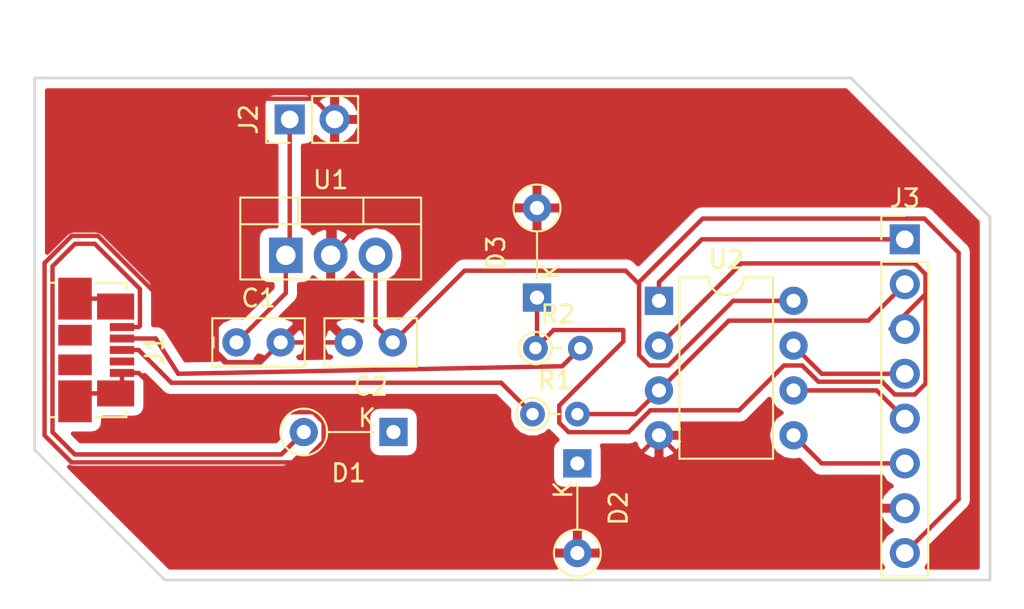
<source format=kicad_pcb>
(kicad_pcb (version 20171130) (host pcbnew "(5.0.2)-1")

  (general
    (thickness 1.6)
    (drawings 7)
    (tracks 121)
    (zones 0)
    (modules 12)
    (nets 14)
  )

  (page A4)
  (layers
    (0 F.Cu signal)
    (31 B.Cu signal hide)
    (32 B.Adhes user)
    (33 F.Adhes user)
    (34 B.Paste user)
    (35 F.Paste user)
    (36 B.SilkS user)
    (37 F.SilkS user)
    (38 B.Mask user)
    (39 F.Mask user)
    (40 Dwgs.User user)
    (41 Cmts.User user)
    (42 Eco1.User user)
    (43 Eco2.User user)
    (44 Edge.Cuts user)
    (45 Margin user)
    (46 B.CrtYd user)
    (47 F.CrtYd user)
    (48 B.Fab user)
    (49 F.Fab user)
  )

  (setup
    (last_trace_width 0.25)
    (trace_clearance 0.2)
    (zone_clearance 0.508)
    (zone_45_only no)
    (trace_min 0.2)
    (segment_width 0.2)
    (edge_width 0.15)
    (via_size 0.8)
    (via_drill 0.4)
    (via_min_size 0.4)
    (via_min_drill 0.3)
    (uvia_size 0.3)
    (uvia_drill 0.1)
    (uvias_allowed no)
    (uvia_min_size 0.2)
    (uvia_min_drill 0.1)
    (pcb_text_width 0.3)
    (pcb_text_size 1.5 1.5)
    (mod_edge_width 0.15)
    (mod_text_size 1 1)
    (mod_text_width 0.15)
    (pad_size 1.524 1.524)
    (pad_drill 0.762)
    (pad_to_mask_clearance 0.051)
    (solder_mask_min_width 0.25)
    (aux_axis_origin 0 0)
    (visible_elements FFFFFF7F)
    (pcbplotparams
      (layerselection 0x010fc_ffffffff)
      (usegerberextensions false)
      (usegerberattributes false)
      (usegerberadvancedattributes false)
      (creategerberjobfile false)
      (excludeedgelayer true)
      (linewidth 0.100000)
      (plotframeref false)
      (viasonmask false)
      (mode 1)
      (useauxorigin false)
      (hpglpennumber 1)
      (hpglpenspeed 20)
      (hpglpendiameter 15.000000)
      (psnegative false)
      (psa4output false)
      (plotreference true)
      (plotvalue true)
      (plotinvisibletext false)
      (padsonsilk false)
      (subtractmaskfromsilk false)
      (outputformat 1)
      (mirror false)
      (drillshape 1)
      (scaleselection 1)
      (outputdirectory ""))
  )

  (net 0 "")
  (net 1 "Net-(C1-Pad1)")
  (net 2 GND)
  (net 3 /5V_Reg)
  (net 4 +5V)
  (net 5 D+)
  (net 6 D-)
  (net 7 "Net-(J1-Pad2)")
  (net 8 "Net-(J1-Pad3)")
  (net 9 "Net-(J3-Pad1)")
  (net 10 "Net-(J3-Pad4)")
  (net 11 "Net-(J3-Pad5)")
  (net 12 "Net-(J3-Pad6)")
  (net 13 "Net-(J1-Pad6)")

  (net_class Default "Esta es la clase de red por defecto."
    (clearance 0.2)
    (trace_width 0.25)
    (via_dia 0.8)
    (via_drill 0.4)
    (uvia_dia 0.3)
    (uvia_drill 0.1)
    (add_net +5V)
    (add_net /5V_Reg)
    (add_net D+)
    (add_net D-)
    (add_net GND)
    (add_net "Net-(C1-Pad1)")
    (add_net "Net-(J1-Pad2)")
    (add_net "Net-(J1-Pad3)")
    (add_net "Net-(J1-Pad6)")
    (add_net "Net-(J3-Pad1)")
    (add_net "Net-(J3-Pad4)")
    (add_net "Net-(J3-Pad5)")
    (add_net "Net-(J3-Pad6)")
  )

  (module Capacitor_THT:C_Disc_D5.0mm_W2.5mm_P2.50mm (layer F.Cu) (tedit 5AE50EF0) (tstamp 5CDDCA59)
    (at 153.416 50.038)
    (descr "C, Disc series, Radial, pin pitch=2.50mm, , diameter*width=5*2.5mm^2, Capacitor, http://cdn-reichelt.de/documents/datenblatt/B300/DS_KERKO_TC.pdf")
    (tags "C Disc series Radial pin pitch 2.50mm  diameter 5mm width 2.5mm Capacitor")
    (path /5CC495A1)
    (fp_text reference C1 (at 1.25 -2.5) (layer F.SilkS)
      (effects (font (size 1 1) (thickness 0.15)))
    )
    (fp_text value 0.33uF (at 1.25 2.5) (layer F.Fab)
      (effects (font (size 1 1) (thickness 0.15)))
    )
    (fp_line (start -1.25 -1.25) (end -1.25 1.25) (layer F.Fab) (width 0.1))
    (fp_line (start -1.25 1.25) (end 3.75 1.25) (layer F.Fab) (width 0.1))
    (fp_line (start 3.75 1.25) (end 3.75 -1.25) (layer F.Fab) (width 0.1))
    (fp_line (start 3.75 -1.25) (end -1.25 -1.25) (layer F.Fab) (width 0.1))
    (fp_line (start -1.37 -1.37) (end 3.87 -1.37) (layer F.SilkS) (width 0.12))
    (fp_line (start -1.37 1.37) (end 3.87 1.37) (layer F.SilkS) (width 0.12))
    (fp_line (start -1.37 -1.37) (end -1.37 1.37) (layer F.SilkS) (width 0.12))
    (fp_line (start 3.87 -1.37) (end 3.87 1.37) (layer F.SilkS) (width 0.12))
    (fp_line (start -1.5 -1.5) (end -1.5 1.5) (layer F.CrtYd) (width 0.05))
    (fp_line (start -1.5 1.5) (end 4 1.5) (layer F.CrtYd) (width 0.05))
    (fp_line (start 4 1.5) (end 4 -1.5) (layer F.CrtYd) (width 0.05))
    (fp_line (start 4 -1.5) (end -1.5 -1.5) (layer F.CrtYd) (width 0.05))
    (fp_text user %R (at 1.25 0) (layer F.Fab)
      (effects (font (size 1 1) (thickness 0.15)))
    )
    (pad 1 thru_hole circle (at 0 0) (size 1.6 1.6) (drill 0.8) (layers *.Cu *.Mask)
      (net 1 "Net-(C1-Pad1)"))
    (pad 2 thru_hole circle (at 2.5 0) (size 1.6 1.6) (drill 0.8) (layers *.Cu *.Mask)
      (net 2 GND))
    (model ${KISYS3DMOD}/Capacitor_THT.3dshapes/C_Disc_D5.0mm_W2.5mm_P2.50mm.wrl
      (at (xyz 0 0 0))
      (scale (xyz 1 1 1))
      (rotate (xyz 0 0 0))
    )
  )

  (module Capacitor_THT:C_Disc_D5.0mm_W2.5mm_P2.50mm (layer F.Cu) (tedit 5AE50EF0) (tstamp 5CDDCA6C)
    (at 162.266 50.038 180)
    (descr "C, Disc series, Radial, pin pitch=2.50mm, , diameter*width=5*2.5mm^2, Capacitor, http://cdn-reichelt.de/documents/datenblatt/B300/DS_KERKO_TC.pdf")
    (tags "C Disc series Radial pin pitch 2.50mm  diameter 5mm width 2.5mm Capacitor")
    (path /5CC495F5)
    (fp_text reference C2 (at 1.25 -2.5 180) (layer F.SilkS)
      (effects (font (size 1 1) (thickness 0.15)))
    )
    (fp_text value 0.1uF (at 1.25 2.5 180) (layer F.Fab)
      (effects (font (size 1 1) (thickness 0.15)))
    )
    (fp_text user %R (at 1.25 0 180) (layer F.Fab)
      (effects (font (size 1 1) (thickness 0.15)))
    )
    (fp_line (start 4 -1.5) (end -1.5 -1.5) (layer F.CrtYd) (width 0.05))
    (fp_line (start 4 1.5) (end 4 -1.5) (layer F.CrtYd) (width 0.05))
    (fp_line (start -1.5 1.5) (end 4 1.5) (layer F.CrtYd) (width 0.05))
    (fp_line (start -1.5 -1.5) (end -1.5 1.5) (layer F.CrtYd) (width 0.05))
    (fp_line (start 3.87 -1.37) (end 3.87 1.37) (layer F.SilkS) (width 0.12))
    (fp_line (start -1.37 -1.37) (end -1.37 1.37) (layer F.SilkS) (width 0.12))
    (fp_line (start -1.37 1.37) (end 3.87 1.37) (layer F.SilkS) (width 0.12))
    (fp_line (start -1.37 -1.37) (end 3.87 -1.37) (layer F.SilkS) (width 0.12))
    (fp_line (start 3.75 -1.25) (end -1.25 -1.25) (layer F.Fab) (width 0.1))
    (fp_line (start 3.75 1.25) (end 3.75 -1.25) (layer F.Fab) (width 0.1))
    (fp_line (start -1.25 1.25) (end 3.75 1.25) (layer F.Fab) (width 0.1))
    (fp_line (start -1.25 -1.25) (end -1.25 1.25) (layer F.Fab) (width 0.1))
    (pad 2 thru_hole circle (at 2.5 0 180) (size 1.6 1.6) (drill 0.8) (layers *.Cu *.Mask)
      (net 2 GND))
    (pad 1 thru_hole circle (at 0 0 180) (size 1.6 1.6) (drill 0.8) (layers *.Cu *.Mask)
      (net 3 /5V_Reg))
    (model ${KISYS3DMOD}/Capacitor_THT.3dshapes/C_Disc_D5.0mm_W2.5mm_P2.50mm.wrl
      (at (xyz 0 0 0))
      (scale (xyz 1 1 1))
      (rotate (xyz 0 0 0))
    )
  )

  (module Diode_THT:D_DO-35_SOD27_P5.08mm_Vertical_KathodeUp (layer F.Cu) (tedit 5AE50CD5) (tstamp 5CDDCA7D)
    (at 162.306 55.118 180)
    (descr "Diode, DO-35_SOD27 series, Axial, Vertical, pin pitch=5.08mm, , length*diameter=4*2mm^2, , http://www.diodes.com/_files/packages/DO-35.pdf")
    (tags "Diode DO-35_SOD27 series Axial Vertical pin pitch 5.08mm  length 4mm diameter 2mm")
    (path /5CC48918)
    (fp_text reference D1 (at 2.54 -2.326371 180) (layer F.SilkS)
      (effects (font (size 1 1) (thickness 0.15)))
    )
    (fp_text value D (at 2.54 2.326371 180) (layer F.Fab)
      (effects (font (size 1 1) (thickness 0.15)))
    )
    (fp_circle (center 5.08 0) (end 6.08 0) (layer F.Fab) (width 0.1))
    (fp_circle (center 5.08 0) (end 6.406371 0) (layer F.SilkS) (width 0.12))
    (fp_line (start 0 0) (end 5.08 0) (layer F.Fab) (width 0.1))
    (fp_line (start 3.753629 0) (end 1.1 0) (layer F.SilkS) (width 0.12))
    (fp_line (start -1.05 -1.25) (end -1.05 1.25) (layer F.CrtYd) (width 0.05))
    (fp_line (start -1.05 1.25) (end 6.33 1.25) (layer F.CrtYd) (width 0.05))
    (fp_line (start 6.33 1.25) (end 6.33 -1.25) (layer F.CrtYd) (width 0.05))
    (fp_line (start 6.33 -1.25) (end -1.05 -1.25) (layer F.CrtYd) (width 0.05))
    (fp_text user %R (at 2.54 -2.326371 180) (layer F.Fab)
      (effects (font (size 1 1) (thickness 0.15)))
    )
    (fp_text user K (at 1.5 0.8 180) (layer F.Fab)
      (effects (font (size 1 1) (thickness 0.15)))
    )
    (fp_text user K (at 1.5 0.8 180) (layer F.SilkS)
      (effects (font (size 1 1) (thickness 0.15)))
    )
    (pad 1 thru_hole rect (at 0 0 180) (size 1.6 1.6) (drill 0.8) (layers *.Cu *.Mask)
      (net 3 /5V_Reg))
    (pad 2 thru_hole oval (at 5.08 0 180) (size 1.6 1.6) (drill 0.8) (layers *.Cu *.Mask)
      (net 4 +5V))
    (model ${KISYS3DMOD}/Diode_THT.3dshapes/D_DO-35_SOD27_P5.08mm_Vertical_KathodeUp.wrl
      (at (xyz 0 0 0))
      (scale (xyz 1 1 1))
      (rotate (xyz 0 0 0))
    )
  )

  (module Diode_THT:D_DO-35_SOD27_P5.08mm_Vertical_KathodeUp (layer F.Cu) (tedit 5AE50CD5) (tstamp 5CDDCA8E)
    (at 172.72 56.896 270)
    (descr "Diode, DO-35_SOD27 series, Axial, Vertical, pin pitch=5.08mm, , length*diameter=4*2mm^2, , http://www.diodes.com/_files/packages/DO-35.pdf")
    (tags "Diode DO-35_SOD27 series Axial Vertical pin pitch 5.08mm  length 4mm diameter 2mm")
    (path /5CC4D08B)
    (fp_text reference D2 (at 2.54 -2.326371 270) (layer F.SilkS)
      (effects (font (size 1 1) (thickness 0.15)))
    )
    (fp_text value D_Zener (at 2.54 2.326371 270) (layer F.Fab)
      (effects (font (size 1 1) (thickness 0.15)))
    )
    (fp_text user K (at 1.5 0.8 270) (layer F.SilkS)
      (effects (font (size 1 1) (thickness 0.15)))
    )
    (fp_text user K (at 1.5 0.8 270) (layer F.Fab)
      (effects (font (size 1 1) (thickness 0.15)))
    )
    (fp_text user %R (at 2.54 -2.326371 270) (layer F.Fab)
      (effects (font (size 1 1) (thickness 0.15)))
    )
    (fp_line (start 6.33 -1.25) (end -1.05 -1.25) (layer F.CrtYd) (width 0.05))
    (fp_line (start 6.33 1.25) (end 6.33 -1.25) (layer F.CrtYd) (width 0.05))
    (fp_line (start -1.05 1.25) (end 6.33 1.25) (layer F.CrtYd) (width 0.05))
    (fp_line (start -1.05 -1.25) (end -1.05 1.25) (layer F.CrtYd) (width 0.05))
    (fp_line (start 3.753629 0) (end 1.1 0) (layer F.SilkS) (width 0.12))
    (fp_line (start 0 0) (end 5.08 0) (layer F.Fab) (width 0.1))
    (fp_circle (center 5.08 0) (end 6.406371 0) (layer F.SilkS) (width 0.12))
    (fp_circle (center 5.08 0) (end 6.08 0) (layer F.Fab) (width 0.1))
    (pad 2 thru_hole oval (at 5.08 0 270) (size 1.6 1.6) (drill 0.8) (layers *.Cu *.Mask)
      (net 2 GND))
    (pad 1 thru_hole rect (at 0 0 270) (size 1.6 1.6) (drill 0.8) (layers *.Cu *.Mask)
      (net 5 D+))
    (model ${KISYS3DMOD}/Diode_THT.3dshapes/D_DO-35_SOD27_P5.08mm_Vertical_KathodeUp.wrl
      (at (xyz 0 0 0))
      (scale (xyz 1 1 1))
      (rotate (xyz 0 0 0))
    )
  )

  (module Diode_THT:D_DO-35_SOD27_P5.08mm_Vertical_KathodeUp (layer F.Cu) (tedit 5AE50CD5) (tstamp 5CDDCA9F)
    (at 170.434 47.498 90)
    (descr "Diode, DO-35_SOD27 series, Axial, Vertical, pin pitch=5.08mm, , length*diameter=4*2mm^2, , http://www.diodes.com/_files/packages/DO-35.pdf")
    (tags "Diode DO-35_SOD27 series Axial Vertical pin pitch 5.08mm  length 4mm diameter 2mm")
    (path /5CC4D0D0)
    (fp_text reference D3 (at 2.54 -2.326371 90) (layer F.SilkS)
      (effects (font (size 1 1) (thickness 0.15)))
    )
    (fp_text value D_Zener (at 2.54 2.326371 90) (layer F.Fab)
      (effects (font (size 1 1) (thickness 0.15)))
    )
    (fp_circle (center 5.08 0) (end 6.08 0) (layer F.Fab) (width 0.1))
    (fp_circle (center 5.08 0) (end 6.406371 0) (layer F.SilkS) (width 0.12))
    (fp_line (start 0 0) (end 5.08 0) (layer F.Fab) (width 0.1))
    (fp_line (start 3.753629 0) (end 1.1 0) (layer F.SilkS) (width 0.12))
    (fp_line (start -1.05 -1.25) (end -1.05 1.25) (layer F.CrtYd) (width 0.05))
    (fp_line (start -1.05 1.25) (end 6.33 1.25) (layer F.CrtYd) (width 0.05))
    (fp_line (start 6.33 1.25) (end 6.33 -1.25) (layer F.CrtYd) (width 0.05))
    (fp_line (start 6.33 -1.25) (end -1.05 -1.25) (layer F.CrtYd) (width 0.05))
    (fp_text user %R (at 2.54 -2.326371 90) (layer F.Fab)
      (effects (font (size 1 1) (thickness 0.15)))
    )
    (fp_text user K (at 1.5 0.8 90) (layer F.Fab)
      (effects (font (size 1 1) (thickness 0.15)))
    )
    (fp_text user K (at 1.5 0.8 90) (layer F.SilkS)
      (effects (font (size 1 1) (thickness 0.15)))
    )
    (pad 1 thru_hole rect (at 0 0 90) (size 1.6 1.6) (drill 0.8) (layers *.Cu *.Mask)
      (net 6 D-))
    (pad 2 thru_hole oval (at 5.08 0 90) (size 1.6 1.6) (drill 0.8) (layers *.Cu *.Mask)
      (net 2 GND))
    (model ${KISYS3DMOD}/Diode_THT.3dshapes/D_DO-35_SOD27_P5.08mm_Vertical_KathodeUp.wrl
      (at (xyz 0 0 0))
      (scale (xyz 1 1 1))
      (rotate (xyz 0 0 0))
    )
  )

  (module Connector_USB:USB_Micro-B_Molex_47346-0001 (layer F.Cu) (tedit 5A1DC0BD) (tstamp 5CDDCABF)
    (at 145.472 50.468 270)
    (descr "Micro USB B receptable with flange, bottom-mount, SMD, right-angle (http://www.molex.com/pdm_docs/sd/473460001_sd.pdf)")
    (tags "Micro B USB SMD")
    (path /5CC4762B)
    (attr smd)
    (fp_text reference J1 (at 0 -3.3 90) (layer F.SilkS)
      (effects (font (size 1 1) (thickness 0.15)))
    )
    (fp_text value USB_B_Micro (at 0 4.6 90) (layer F.Fab)
      (effects (font (size 1 1) (thickness 0.15)))
    )
    (fp_text user "PCB Edge" (at 0 2.67 90) (layer Dwgs.User)
      (effects (font (size 0.4 0.4) (thickness 0.04)))
    )
    (fp_text user %R (at 0 1.2 270) (layer F.Fab)
      (effects (font (size 1 1) (thickness 0.15)))
    )
    (fp_line (start 3.81 -1.71) (end 3.43 -1.71) (layer F.SilkS) (width 0.12))
    (fp_line (start 4.6 3.9) (end -4.6 3.9) (layer F.CrtYd) (width 0.05))
    (fp_line (start 4.6 -2.7) (end 4.6 3.9) (layer F.CrtYd) (width 0.05))
    (fp_line (start -4.6 -2.7) (end 4.6 -2.7) (layer F.CrtYd) (width 0.05))
    (fp_line (start -4.6 3.9) (end -4.6 -2.7) (layer F.CrtYd) (width 0.05))
    (fp_line (start 3.75 3.35) (end -3.75 3.35) (layer F.Fab) (width 0.1))
    (fp_line (start 3.75 -1.65) (end 3.75 3.35) (layer F.Fab) (width 0.1))
    (fp_line (start -3.75 -1.65) (end 3.75 -1.65) (layer F.Fab) (width 0.1))
    (fp_line (start -3.75 3.35) (end -3.75 -1.65) (layer F.Fab) (width 0.1))
    (fp_line (start 3.81 2.34) (end 3.81 2.6) (layer F.SilkS) (width 0.12))
    (fp_line (start 3.81 -1.71) (end 3.81 0.06) (layer F.SilkS) (width 0.12))
    (fp_line (start -3.81 -1.71) (end -3.43 -1.71) (layer F.SilkS) (width 0.12))
    (fp_line (start -3.81 0.06) (end -3.81 -1.71) (layer F.SilkS) (width 0.12))
    (fp_line (start -3.81 2.6) (end -3.81 2.34) (layer F.SilkS) (width 0.12))
    (fp_line (start -3.25 2.65) (end 3.25 2.65) (layer F.Fab) (width 0.1))
    (pad 1 smd rect (at -1.3 -1.46 270) (size 0.45 1.38) (layers F.Cu F.Paste F.Mask)
      (net 4 +5V))
    (pad 2 smd rect (at -0.65 -1.46 270) (size 0.45 1.38) (layers F.Cu F.Paste F.Mask)
      (net 7 "Net-(J1-Pad2)"))
    (pad 3 smd rect (at 0 -1.46 270) (size 0.45 1.38) (layers F.Cu F.Paste F.Mask)
      (net 8 "Net-(J1-Pad3)"))
    (pad 4 smd rect (at 0.65 -1.46 270) (size 0.45 1.38) (layers F.Cu F.Paste F.Mask))
    (pad 5 smd rect (at 1.3 -1.46 270) (size 0.45 1.38) (layers F.Cu F.Paste F.Mask)
      (net 2 GND))
    (pad 6 smd rect (at -2.4625 -1.1 270) (size 1.475 2.1) (layers F.Cu F.Paste F.Mask)
      (net 13 "Net-(J1-Pad6)"))
    (pad 6 smd rect (at 2.4625 -1.1 270) (size 1.475 2.1) (layers F.Cu F.Paste F.Mask)
      (net 13 "Net-(J1-Pad6)"))
    (pad 6 smd rect (at -2.91 1.2 270) (size 2.375 1.9) (layers F.Cu F.Paste F.Mask)
      (net 13 "Net-(J1-Pad6)"))
    (pad 6 smd rect (at 2.91 1.2 270) (size 2.375 1.9) (layers F.Cu F.Paste F.Mask)
      (net 13 "Net-(J1-Pad6)"))
    (pad 6 smd rect (at -0.84 1.2 270) (size 1.175 1.9) (layers F.Cu F.Paste F.Mask)
      (net 13 "Net-(J1-Pad6)"))
    (pad 6 smd rect (at 0.84 1.2 270) (size 1.175 1.9) (layers F.Cu F.Paste F.Mask)
      (net 13 "Net-(J1-Pad6)"))
    (model ${KISYS3DMOD}/Connector_USB.3dshapes/USB_Micro-B_Molex_47346-0001.wrl
      (at (xyz 0 0 0))
      (scale (xyz 1 1 1))
      (rotate (xyz 0 0 0))
    )
  )

  (module Connector_PinHeader_2.54mm:PinHeader_1x02_P2.54mm_Vertical (layer F.Cu) (tedit 59FED5CC) (tstamp 5CDDCAD5)
    (at 156.43 37.4 90)
    (descr "Through hole straight pin header, 1x02, 2.54mm pitch, single row")
    (tags "Through hole pin header THT 1x02 2.54mm single row")
    (path /5CC490AD)
    (fp_text reference J2 (at 0 -2.33 90) (layer F.SilkS)
      (effects (font (size 1 1) (thickness 0.15)))
    )
    (fp_text value Conn_01x02_Male (at 0 4.87 90) (layer F.Fab)
      (effects (font (size 1 1) (thickness 0.15)))
    )
    (fp_line (start -0.635 -1.27) (end 1.27 -1.27) (layer F.Fab) (width 0.1))
    (fp_line (start 1.27 -1.27) (end 1.27 3.81) (layer F.Fab) (width 0.1))
    (fp_line (start 1.27 3.81) (end -1.27 3.81) (layer F.Fab) (width 0.1))
    (fp_line (start -1.27 3.81) (end -1.27 -0.635) (layer F.Fab) (width 0.1))
    (fp_line (start -1.27 -0.635) (end -0.635 -1.27) (layer F.Fab) (width 0.1))
    (fp_line (start -1.33 3.87) (end 1.33 3.87) (layer F.SilkS) (width 0.12))
    (fp_line (start -1.33 1.27) (end -1.33 3.87) (layer F.SilkS) (width 0.12))
    (fp_line (start 1.33 1.27) (end 1.33 3.87) (layer F.SilkS) (width 0.12))
    (fp_line (start -1.33 1.27) (end 1.33 1.27) (layer F.SilkS) (width 0.12))
    (fp_line (start -1.33 0) (end -1.33 -1.33) (layer F.SilkS) (width 0.12))
    (fp_line (start -1.33 -1.33) (end 0 -1.33) (layer F.SilkS) (width 0.12))
    (fp_line (start -1.8 -1.8) (end -1.8 4.35) (layer F.CrtYd) (width 0.05))
    (fp_line (start -1.8 4.35) (end 1.8 4.35) (layer F.CrtYd) (width 0.05))
    (fp_line (start 1.8 4.35) (end 1.8 -1.8) (layer F.CrtYd) (width 0.05))
    (fp_line (start 1.8 -1.8) (end -1.8 -1.8) (layer F.CrtYd) (width 0.05))
    (fp_text user %R (at 0 1.27 180) (layer F.Fab)
      (effects (font (size 1 1) (thickness 0.15)))
    )
    (pad 1 thru_hole rect (at 0 0 90) (size 1.7 1.7) (drill 1) (layers *.Cu *.Mask)
      (net 1 "Net-(C1-Pad1)"))
    (pad 2 thru_hole oval (at 0 2.54 90) (size 1.7 1.7) (drill 1) (layers *.Cu *.Mask)
      (net 2 GND))
    (model ${KISYS3DMOD}/Connector_PinHeader_2.54mm.3dshapes/PinHeader_1x02_P2.54mm_Vertical.wrl
      (at (xyz 0 0 0))
      (scale (xyz 1 1 1))
      (rotate (xyz 0 0 0))
    )
  )

  (module Connector_PinHeader_2.54mm:PinHeader_1x08_P2.54mm_Vertical (layer F.Cu) (tedit 59FED5CC) (tstamp 5CDDCAF1)
    (at 191.262 44.196)
    (descr "Through hole straight pin header, 1x08, 2.54mm pitch, single row")
    (tags "Through hole pin header THT 1x08 2.54mm single row")
    (path /5CC4F8F5)
    (fp_text reference J3 (at 0 -2.33) (layer F.SilkS)
      (effects (font (size 1 1) (thickness 0.15)))
    )
    (fp_text value Conn_01x08_Male (at 0 20.11) (layer F.Fab)
      (effects (font (size 1 1) (thickness 0.15)))
    )
    (fp_line (start -0.635 -1.27) (end 1.27 -1.27) (layer F.Fab) (width 0.1))
    (fp_line (start 1.27 -1.27) (end 1.27 19.05) (layer F.Fab) (width 0.1))
    (fp_line (start 1.27 19.05) (end -1.27 19.05) (layer F.Fab) (width 0.1))
    (fp_line (start -1.27 19.05) (end -1.27 -0.635) (layer F.Fab) (width 0.1))
    (fp_line (start -1.27 -0.635) (end -0.635 -1.27) (layer F.Fab) (width 0.1))
    (fp_line (start -1.33 19.11) (end 1.33 19.11) (layer F.SilkS) (width 0.12))
    (fp_line (start -1.33 1.27) (end -1.33 19.11) (layer F.SilkS) (width 0.12))
    (fp_line (start 1.33 1.27) (end 1.33 19.11) (layer F.SilkS) (width 0.12))
    (fp_line (start -1.33 1.27) (end 1.33 1.27) (layer F.SilkS) (width 0.12))
    (fp_line (start -1.33 0) (end -1.33 -1.33) (layer F.SilkS) (width 0.12))
    (fp_line (start -1.33 -1.33) (end 0 -1.33) (layer F.SilkS) (width 0.12))
    (fp_line (start -1.8 -1.8) (end -1.8 19.55) (layer F.CrtYd) (width 0.05))
    (fp_line (start -1.8 19.55) (end 1.8 19.55) (layer F.CrtYd) (width 0.05))
    (fp_line (start 1.8 19.55) (end 1.8 -1.8) (layer F.CrtYd) (width 0.05))
    (fp_line (start 1.8 -1.8) (end -1.8 -1.8) (layer F.CrtYd) (width 0.05))
    (fp_text user %R (at 0 8.89 90) (layer F.Fab)
      (effects (font (size 1 1) (thickness 0.15)))
    )
    (pad 1 thru_hole rect (at 0 0) (size 1.7 1.7) (drill 1) (layers *.Cu *.Mask)
      (net 9 "Net-(J3-Pad1)"))
    (pad 2 thru_hole oval (at 0 2.54) (size 1.7 1.7) (drill 1) (layers *.Cu *.Mask)
      (net 5 D+))
    (pad 3 thru_hole oval (at 0 5.08) (size 1.7 1.7) (drill 1) (layers *.Cu *.Mask)
      (net 6 D-))
    (pad 4 thru_hole oval (at 0 7.62) (size 1.7 1.7) (drill 1) (layers *.Cu *.Mask)
      (net 10 "Net-(J3-Pad4)"))
    (pad 5 thru_hole oval (at 0 10.16) (size 1.7 1.7) (drill 1) (layers *.Cu *.Mask)
      (net 11 "Net-(J3-Pad5)"))
    (pad 6 thru_hole oval (at 0 12.7) (size 1.7 1.7) (drill 1) (layers *.Cu *.Mask)
      (net 12 "Net-(J3-Pad6)"))
    (pad 7 thru_hole oval (at 0 15.24) (size 1.7 1.7) (drill 1) (layers *.Cu *.Mask)
      (net 2 GND))
    (pad 8 thru_hole oval (at 0 17.78) (size 1.7 1.7) (drill 1) (layers *.Cu *.Mask)
      (net 3 /5V_Reg))
    (model ${KISYS3DMOD}/Connector_PinHeader_2.54mm.3dshapes/PinHeader_1x08_P2.54mm_Vertical.wrl
      (at (xyz 0 0 0))
      (scale (xyz 1 1 1))
      (rotate (xyz 0 0 0))
    )
  )

  (module Resistor_THT:R_Axial_DIN0204_L3.6mm_D1.6mm_P2.54mm_Vertical (layer F.Cu) (tedit 5AE5139B) (tstamp 5CDDCB00)
    (at 170.18 54.102)
    (descr "Resistor, Axial_DIN0204 series, Axial, Vertical, pin pitch=2.54mm, 0.167W, length*diameter=3.6*1.6mm^2, http://cdn-reichelt.de/documents/datenblatt/B400/1_4W%23YAG.pdf")
    (tags "Resistor Axial_DIN0204 series Axial Vertical pin pitch 2.54mm 0.167W length 3.6mm diameter 1.6mm")
    (path /5CC4B639)
    (fp_text reference R1 (at 1.27 -1.92) (layer F.SilkS)
      (effects (font (size 1 1) (thickness 0.15)))
    )
    (fp_text value 66.5ohms (at 1.27 1.92) (layer F.Fab)
      (effects (font (size 1 1) (thickness 0.15)))
    )
    (fp_text user %R (at 1.27 -1.92) (layer F.Fab)
      (effects (font (size 1 1) (thickness 0.15)))
    )
    (fp_line (start 3.49 -1.05) (end -1.05 -1.05) (layer F.CrtYd) (width 0.05))
    (fp_line (start 3.49 1.05) (end 3.49 -1.05) (layer F.CrtYd) (width 0.05))
    (fp_line (start -1.05 1.05) (end 3.49 1.05) (layer F.CrtYd) (width 0.05))
    (fp_line (start -1.05 -1.05) (end -1.05 1.05) (layer F.CrtYd) (width 0.05))
    (fp_line (start 0.92 0) (end 1.54 0) (layer F.SilkS) (width 0.12))
    (fp_line (start 0 0) (end 2.54 0) (layer F.Fab) (width 0.1))
    (fp_circle (center 0 0) (end 0.92 0) (layer F.SilkS) (width 0.12))
    (fp_circle (center 0 0) (end 0.8 0) (layer F.Fab) (width 0.1))
    (pad 2 thru_hole oval (at 2.54 0) (size 1.4 1.4) (drill 0.7) (layers *.Cu *.Mask)
      (net 5 D+))
    (pad 1 thru_hole circle (at 0 0) (size 1.4 1.4) (drill 0.7) (layers *.Cu *.Mask)
      (net 8 "Net-(J1-Pad3)"))
    (model ${KISYS3DMOD}/Resistor_THT.3dshapes/R_Axial_DIN0204_L3.6mm_D1.6mm_P2.54mm_Vertical.wrl
      (at (xyz 0 0 0))
      (scale (xyz 1 1 1))
      (rotate (xyz 0 0 0))
    )
  )

  (module Resistor_THT:R_Axial_DIN0204_L3.6mm_D1.6mm_P2.54mm_Vertical (layer F.Cu) (tedit 5AE5139B) (tstamp 5CDDCB0F)
    (at 170.347001 50.363001)
    (descr "Resistor, Axial_DIN0204 series, Axial, Vertical, pin pitch=2.54mm, 0.167W, length*diameter=3.6*1.6mm^2, http://cdn-reichelt.de/documents/datenblatt/B400/1_4W%23YAG.pdf")
    (tags "Resistor Axial_DIN0204 series Axial Vertical pin pitch 2.54mm 0.167W length 3.6mm diameter 1.6mm")
    (path /5CC4A7CA)
    (fp_text reference R2 (at 1.27 -1.92) (layer F.SilkS)
      (effects (font (size 1 1) (thickness 0.15)))
    )
    (fp_text value 66.5ohms (at 1.27 1.92) (layer F.Fab)
      (effects (font (size 1 1) (thickness 0.15)))
    )
    (fp_circle (center 0 0) (end 0.8 0) (layer F.Fab) (width 0.1))
    (fp_circle (center 0 0) (end 0.92 0) (layer F.SilkS) (width 0.12))
    (fp_line (start 0 0) (end 2.54 0) (layer F.Fab) (width 0.1))
    (fp_line (start 0.92 0) (end 1.54 0) (layer F.SilkS) (width 0.12))
    (fp_line (start -1.05 -1.05) (end -1.05 1.05) (layer F.CrtYd) (width 0.05))
    (fp_line (start -1.05 1.05) (end 3.49 1.05) (layer F.CrtYd) (width 0.05))
    (fp_line (start 3.49 1.05) (end 3.49 -1.05) (layer F.CrtYd) (width 0.05))
    (fp_line (start 3.49 -1.05) (end -1.05 -1.05) (layer F.CrtYd) (width 0.05))
    (fp_text user %R (at 1.27 -1.92) (layer F.Fab)
      (effects (font (size 1 1) (thickness 0.15)))
    )
    (pad 1 thru_hole circle (at 0 0) (size 1.4 1.4) (drill 0.7) (layers *.Cu *.Mask)
      (net 6 D-))
    (pad 2 thru_hole oval (at 2.54 0) (size 1.4 1.4) (drill 0.7) (layers *.Cu *.Mask)
      (net 7 "Net-(J1-Pad2)"))
    (model ${KISYS3DMOD}/Resistor_THT.3dshapes/R_Axial_DIN0204_L3.6mm_D1.6mm_P2.54mm_Vertical.wrl
      (at (xyz 0 0 0))
      (scale (xyz 1 1 1))
      (rotate (xyz 0 0 0))
    )
  )

  (module Package_TO_SOT_THT:TO-220-3_Vertical (layer F.Cu) (tedit 5AC8BA0D) (tstamp 5CDDCB29)
    (at 156.21 45.1)
    (descr "TO-220-3, Vertical, RM 2.54mm, see https://www.vishay.com/docs/66542/to-220-1.pdf")
    (tags "TO-220-3 Vertical RM 2.54mm")
    (path /5CC4735C)
    (fp_text reference U1 (at 2.54 -4.27) (layer F.SilkS)
      (effects (font (size 1 1) (thickness 0.15)))
    )
    (fp_text value LM7805_TO220 (at 2.54 2.5) (layer F.Fab)
      (effects (font (size 1 1) (thickness 0.15)))
    )
    (fp_line (start -2.46 -3.15) (end -2.46 1.25) (layer F.Fab) (width 0.1))
    (fp_line (start -2.46 1.25) (end 7.54 1.25) (layer F.Fab) (width 0.1))
    (fp_line (start 7.54 1.25) (end 7.54 -3.15) (layer F.Fab) (width 0.1))
    (fp_line (start 7.54 -3.15) (end -2.46 -3.15) (layer F.Fab) (width 0.1))
    (fp_line (start -2.46 -1.88) (end 7.54 -1.88) (layer F.Fab) (width 0.1))
    (fp_line (start 0.69 -3.15) (end 0.69 -1.88) (layer F.Fab) (width 0.1))
    (fp_line (start 4.39 -3.15) (end 4.39 -1.88) (layer F.Fab) (width 0.1))
    (fp_line (start -2.58 -3.27) (end 7.66 -3.27) (layer F.SilkS) (width 0.12))
    (fp_line (start -2.58 1.371) (end 7.66 1.371) (layer F.SilkS) (width 0.12))
    (fp_line (start -2.58 -3.27) (end -2.58 1.371) (layer F.SilkS) (width 0.12))
    (fp_line (start 7.66 -3.27) (end 7.66 1.371) (layer F.SilkS) (width 0.12))
    (fp_line (start -2.58 -1.76) (end 7.66 -1.76) (layer F.SilkS) (width 0.12))
    (fp_line (start 0.69 -3.27) (end 0.69 -1.76) (layer F.SilkS) (width 0.12))
    (fp_line (start 4.391 -3.27) (end 4.391 -1.76) (layer F.SilkS) (width 0.12))
    (fp_line (start -2.71 -3.4) (end -2.71 1.51) (layer F.CrtYd) (width 0.05))
    (fp_line (start -2.71 1.51) (end 7.79 1.51) (layer F.CrtYd) (width 0.05))
    (fp_line (start 7.79 1.51) (end 7.79 -3.4) (layer F.CrtYd) (width 0.05))
    (fp_line (start 7.79 -3.4) (end -2.71 -3.4) (layer F.CrtYd) (width 0.05))
    (fp_text user %R (at 2.54 -4.27) (layer F.Fab)
      (effects (font (size 1 1) (thickness 0.15)))
    )
    (pad 1 thru_hole rect (at 0 0) (size 1.905 2) (drill 1.1) (layers *.Cu *.Mask)
      (net 1 "Net-(C1-Pad1)"))
    (pad 2 thru_hole oval (at 2.54 0) (size 1.905 2) (drill 1.1) (layers *.Cu *.Mask)
      (net 2 GND))
    (pad 3 thru_hole oval (at 5.08 0) (size 1.905 2) (drill 1.1) (layers *.Cu *.Mask)
      (net 3 /5V_Reg))
    (model ${KISYS3DMOD}/Package_TO_SOT_THT.3dshapes/TO-220-3_Vertical.wrl
      (at (xyz 0 0 0))
      (scale (xyz 1 1 1))
      (rotate (xyz 0 0 0))
    )
  )

  (module Package_DIP:DIP-8_W7.62mm (layer F.Cu) (tedit 5A02E8C5) (tstamp 5CDDCB45)
    (at 177.34 47.68)
    (descr "8-lead though-hole mounted DIP package, row spacing 7.62 mm (300 mils)")
    (tags "THT DIP DIL PDIP 2.54mm 7.62mm 300mil")
    (path /5CC471DA)
    (fp_text reference U2 (at 3.81 -2.33) (layer F.SilkS)
      (effects (font (size 1 1) (thickness 0.15)))
    )
    (fp_text value ATTINY85-20PU (at 3.81 9.95) (layer F.Fab)
      (effects (font (size 1 1) (thickness 0.15)))
    )
    (fp_arc (start 3.81 -1.33) (end 2.81 -1.33) (angle -180) (layer F.SilkS) (width 0.12))
    (fp_line (start 1.635 -1.27) (end 6.985 -1.27) (layer F.Fab) (width 0.1))
    (fp_line (start 6.985 -1.27) (end 6.985 8.89) (layer F.Fab) (width 0.1))
    (fp_line (start 6.985 8.89) (end 0.635 8.89) (layer F.Fab) (width 0.1))
    (fp_line (start 0.635 8.89) (end 0.635 -0.27) (layer F.Fab) (width 0.1))
    (fp_line (start 0.635 -0.27) (end 1.635 -1.27) (layer F.Fab) (width 0.1))
    (fp_line (start 2.81 -1.33) (end 1.16 -1.33) (layer F.SilkS) (width 0.12))
    (fp_line (start 1.16 -1.33) (end 1.16 8.95) (layer F.SilkS) (width 0.12))
    (fp_line (start 1.16 8.95) (end 6.46 8.95) (layer F.SilkS) (width 0.12))
    (fp_line (start 6.46 8.95) (end 6.46 -1.33) (layer F.SilkS) (width 0.12))
    (fp_line (start 6.46 -1.33) (end 4.81 -1.33) (layer F.SilkS) (width 0.12))
    (fp_line (start -1.1 -1.55) (end -1.1 9.15) (layer F.CrtYd) (width 0.05))
    (fp_line (start -1.1 9.15) (end 8.7 9.15) (layer F.CrtYd) (width 0.05))
    (fp_line (start 8.7 9.15) (end 8.7 -1.55) (layer F.CrtYd) (width 0.05))
    (fp_line (start 8.7 -1.55) (end -1.1 -1.55) (layer F.CrtYd) (width 0.05))
    (fp_text user %R (at 3.81 3.81) (layer F.Fab)
      (effects (font (size 1 1) (thickness 0.15)))
    )
    (pad 1 thru_hole rect (at 0 0) (size 1.6 1.6) (drill 0.8) (layers *.Cu *.Mask)
      (net 9 "Net-(J3-Pad1)"))
    (pad 5 thru_hole oval (at 7.62 7.62) (size 1.6 1.6) (drill 0.8) (layers *.Cu *.Mask)
      (net 12 "Net-(J3-Pad6)"))
    (pad 2 thru_hole oval (at 0 2.54) (size 1.6 1.6) (drill 0.8) (layers *.Cu *.Mask)
      (net 6 D-))
    (pad 6 thru_hole oval (at 7.62 5.08) (size 1.6 1.6) (drill 0.8) (layers *.Cu *.Mask)
      (net 11 "Net-(J3-Pad5)"))
    (pad 3 thru_hole oval (at 0 5.08) (size 1.6 1.6) (drill 0.8) (layers *.Cu *.Mask)
      (net 5 D+))
    (pad 7 thru_hole oval (at 7.62 2.54) (size 1.6 1.6) (drill 0.8) (layers *.Cu *.Mask)
      (net 10 "Net-(J3-Pad4)"))
    (pad 4 thru_hole oval (at 0 7.62) (size 1.6 1.6) (drill 0.8) (layers *.Cu *.Mask)
      (net 2 GND))
    (pad 8 thru_hole oval (at 7.62 0) (size 1.6 1.6) (drill 0.8) (layers *.Cu *.Mask)
      (net 3 /5V_Reg))
    (model ${KISYS3DMOD}/Package_DIP.3dshapes/DIP-8_W7.62mm.wrl
      (at (xyz 0 0 0))
      (scale (xyz 1 1 1))
      (rotate (xyz 0 0 0))
    )
  )

  (gr_line (start 142.494 35.052) (end 141.986 35.052) (layer Edge.Cuts) (width 0.15))
  (gr_line (start 141.986 56.134) (end 141.986 35.052) (layer Edge.Cuts) (width 0.15))
  (gr_line (start 149.352 63.5) (end 141.986 56.134) (layer Edge.Cuts) (width 0.15))
  (gr_line (start 196.088 63.5) (end 149.352 63.5) (layer Edge.Cuts) (width 0.15))
  (gr_line (start 196.088 42.926) (end 196.088 63.5) (layer Edge.Cuts) (width 0.15))
  (gr_line (start 188.214 35.052) (end 196.088 42.926) (layer Edge.Cuts) (width 0.15))
  (gr_line (start 142.494 35.052) (end 188.214 35.052) (layer Edge.Cuts) (width 0.15))

  (segment (start 156.43 44.88) (end 156.21 45.1) (width 0.25) (layer F.Cu) (net 1))
  (segment (start 156.43 37.4) (end 156.43 44.88) (width 0.25) (layer F.Cu) (net 1))
  (segment (start 156.21 47.244) (end 153.416 50.038) (width 0.25) (layer F.Cu) (net 1))
  (segment (start 156.21 45.1) (end 156.21 47.244) (width 0.25) (layer F.Cu) (net 1))
  (segment (start 158.97 44.88) (end 158.75 45.1) (width 0.25) (layer F.Cu) (net 2))
  (segment (start 158.97 37.4) (end 158.97 44.88) (width 0.25) (layer F.Cu) (net 2))
  (segment (start 158.75 49.022) (end 159.766 50.038) (width 0.25) (layer F.Cu) (net 2))
  (segment (start 158.75 45.1) (end 158.75 49.022) (width 0.25) (layer F.Cu) (net 2))
  (segment (start 169.30263 42.418) (end 170.434 42.418) (width 0.25) (layer F.Cu) (net 2))
  (segment (start 161.3845 42.418) (end 169.30263 42.418) (width 0.25) (layer F.Cu) (net 2))
  (segment (start 158.75 45.0525) (end 161.3845 42.418) (width 0.25) (layer F.Cu) (net 2))
  (segment (start 158.75 45.1) (end 158.75 45.0525) (width 0.25) (layer F.Cu) (net 2))
  (segment (start 172.72 59.92) (end 177.34 55.3) (width 0.25) (layer F.Cu) (net 2))
  (segment (start 172.72 61.976) (end 172.72 59.92) (width 0.25) (layer F.Cu) (net 2))
  (segment (start 181.476 59.436) (end 191.262 59.436) (width 0.25) (layer F.Cu) (net 2))
  (segment (start 177.34 55.3) (end 181.476 59.436) (width 0.25) (layer F.Cu) (net 2))
  (segment (start 155.916 50.038) (end 159.766 50.038) (width 0.25) (layer F.Cu) (net 2))
  (segment (start 152.875999 51.163001) (end 152.290999 50.578001) (width 0.25) (layer F.Cu) (net 2))
  (segment (start 154.790999 51.163001) (end 152.875999 51.163001) (width 0.25) (layer F.Cu) (net 2))
  (segment (start 144.7195 52.9305) (end 144.272 53.378) (width 0.25) (layer F.Cu) (net 2))
  (segment (start 146.572 52.9305) (end 144.7195 52.9305) (width 0.25) (layer F.Cu) (net 2))
  (segment (start 146.1245 47.558) (end 146.572 48.0055) (width 0.25) (layer F.Cu) (net 13))
  (segment (start 144.272 47.558) (end 146.1245 47.558) (width 0.25) (layer F.Cu) (net 13))
  (segment (start 158.120001 36.550001) (end 158.97 37.4) (width 0.25) (layer F.Cu) (net 2))
  (segment (start 157.794999 36.224999) (end 158.120001 36.550001) (width 0.25) (layer F.Cu) (net 2))
  (segment (start 154.783001 36.224999) (end 157.794999 36.224999) (width 0.25) (layer F.Cu) (net 2))
  (segment (start 152.290999 38.717001) (end 154.783001 36.224999) (width 0.25) (layer F.Cu) (net 2))
  (segment (start 152.290999 50.578001) (end 152.290999 38.717001) (width 0.25) (layer F.Cu) (net 2))
  (segment (start 146.932 52.5705) (end 146.572 52.9305) (width 0.25) (layer F.Cu) (net 2))
  (segment (start 146.932 51.768) (end 146.932 52.5705) (width 0.25) (layer F.Cu) (net 2))
  (segment (start 147.872 51.768) (end 146.932 51.768) (width 0.25) (layer F.Cu) (net 2))
  (segment (start 150.096999 53.992999) (end 147.872 51.768) (width 0.25) (layer F.Cu) (net 2))
  (segment (start 157.766001 53.992999) (end 150.096999 53.992999) (width 0.25) (layer F.Cu) (net 2))
  (segment (start 158.351001 54.577999) (end 157.766001 53.992999) (width 0.25) (layer F.Cu) (net 2))
  (segment (start 158.351001 55.658001) (end 158.351001 54.577999) (width 0.25) (layer F.Cu) (net 2))
  (segment (start 157.170992 56.83801) (end 158.351001 55.658001) (width 0.25) (layer F.Cu) (net 2))
  (segment (start 144.075598 56.83801) (end 157.170992 56.83801) (width 0.25) (layer F.Cu) (net 2))
  (segment (start 142.54699 55.309402) (end 144.075598 56.83801) (width 0.25) (layer F.Cu) (net 2))
  (segment (start 142.546989 45.538601) (end 142.54699 55.309402) (width 0.25) (layer F.Cu) (net 2))
  (segment (start 144.085599 43.999991) (end 142.546989 45.538601) (width 0.25) (layer F.Cu) (net 2))
  (segment (start 145.575402 43.99999) (end 144.085599 43.999991) (width 0.25) (layer F.Cu) (net 2))
  (segment (start 152.738413 51.163001) (end 145.575402 43.99999) (width 0.25) (layer F.Cu) (net 2))
  (segment (start 154.790999 51.163001) (end 152.738413 51.163001) (width 0.25) (layer F.Cu) (net 2))
  (segment (start 155.916 50.038) (end 154.790999 51.163001) (width 0.25) (layer F.Cu) (net 2))
  (segment (start 161.29 49.062) (end 162.266 50.038) (width 0.25) (layer F.Cu) (net 3))
  (segment (start 161.29 45.1) (end 161.29 49.062) (width 0.25) (layer F.Cu) (net 3))
  (segment (start 192.111999 61.126001) (end 191.262 61.976) (width 0.25) (layer F.Cu) (net 3))
  (segment (start 194.31 58.928) (end 192.111999 61.126001) (width 0.25) (layer F.Cu) (net 3))
  (segment (start 194.31 44.958998) (end 194.31 58.928) (width 0.25) (layer F.Cu) (net 3))
  (segment (start 179.813999 43.020999) (end 192.372001 43.020999) (width 0.25) (layer F.Cu) (net 3))
  (segment (start 176.214999 46.619999) (end 179.813999 43.020999) (width 0.25) (layer F.Cu) (net 3))
  (segment (start 176.799999 51.345001) (end 176.214999 50.760001) (width 0.25) (layer F.Cu) (net 3))
  (segment (start 177.880001 51.345001) (end 176.799999 51.345001) (width 0.25) (layer F.Cu) (net 3))
  (segment (start 181.545002 47.68) (end 177.880001 51.345001) (width 0.25) (layer F.Cu) (net 3))
  (segment (start 192.372001 43.020999) (end 194.31 44.958998) (width 0.25) (layer F.Cu) (net 3))
  (segment (start 184.96 47.68) (end 181.545002 47.68) (width 0.25) (layer F.Cu) (net 3))
  (segment (start 162.266 50.038) (end 166.33 45.974) (width 0.25) (layer F.Cu) (net 3))
  (segment (start 175.452999 45.974) (end 176.214999 46.736) (width 0.25) (layer F.Cu) (net 3))
  (segment (start 166.33 45.974) (end 175.452999 45.974) (width 0.25) (layer F.Cu) (net 3))
  (segment (start 176.214999 50.760001) (end 176.214999 46.736) (width 0.25) (layer F.Cu) (net 3))
  (segment (start 176.214999 46.736) (end 176.214999 46.619999) (width 0.25) (layer F.Cu) (net 3))
  (segment (start 147.947001 47.007999) (end 145.389002 44.45) (width 0.25) (layer F.Cu) (net 4))
  (segment (start 147.947001 49.092999) (end 147.947001 47.007999) (width 0.25) (layer F.Cu) (net 4))
  (segment (start 146.932 49.168) (end 147.872 49.168) (width 0.25) (layer F.Cu) (net 4))
  (segment (start 147.872 49.168) (end 147.947001 49.092999) (width 0.25) (layer F.Cu) (net 4))
  (segment (start 145.389002 44.45) (end 144.272 44.45) (width 0.25) (layer F.Cu) (net 4))
  (segment (start 142.996999 45.725001) (end 142.996999 55.123001) (width 0.25) (layer F.Cu) (net 4))
  (segment (start 144.272 44.45) (end 142.996999 45.725001) (width 0.25) (layer F.Cu) (net 4))
  (segment (start 142.996999 55.123001) (end 144.261998 56.388) (width 0.25) (layer F.Cu) (net 4))
  (segment (start 155.956 56.388) (end 157.226 55.118) (width 0.25) (layer F.Cu) (net 4))
  (segment (start 144.261998 56.388) (end 155.956 56.388) (width 0.25) (layer F.Cu) (net 4))
  (segment (start 178.139999 51.960001) (end 177.34 52.76) (width 0.25) (layer F.Cu) (net 5))
  (segment (start 181.294999 48.805001) (end 178.139999 51.960001) (width 0.25) (layer F.Cu) (net 5))
  (segment (start 189.192999 48.805001) (end 181.294999 48.805001) (width 0.25) (layer F.Cu) (net 5))
  (segment (start 191.262 46.736) (end 189.192999 48.805001) (width 0.25) (layer F.Cu) (net 5))
  (segment (start 175.998 54.102) (end 172.72 54.102) (width 0.25) (layer F.Cu) (net 5))
  (segment (start 177.34 52.76) (end 175.998 54.102) (width 0.25) (layer F.Cu) (net 5))
  (segment (start 192.437001 47.300001) (end 192.437001 46.171999) (width 0.25) (layer F.Cu) (net 6))
  (segment (start 190.461002 49.276) (end 192.437001 47.300001) (width 0.25) (layer F.Cu) (net 6))
  (segment (start 191.262 49.276) (end 190.461002 49.276) (width 0.25) (layer F.Cu) (net 6))
  (segment (start 178.139999 49.420001) (end 177.34 50.22) (width 0.25) (layer F.Cu) (net 6))
  (segment (start 181.999001 45.560999) (end 178.139999 49.420001) (width 0.25) (layer F.Cu) (net 6))
  (segment (start 191.826001 45.560999) (end 181.999001 45.560999) (width 0.25) (layer F.Cu) (net 6))
  (segment (start 192.437001 46.171999) (end 191.826001 45.560999) (width 0.25) (layer F.Cu) (net 6))
  (segment (start 192.437001 52.380001) (end 192.437001 46.171999) (width 0.25) (layer F.Cu) (net 6))
  (segment (start 191.826001 52.991001) (end 192.437001 52.380001) (width 0.25) (layer F.Cu) (net 6))
  (segment (start 190.697999 52.991001) (end 191.826001 52.991001) (width 0.25) (layer F.Cu) (net 6))
  (segment (start 189.973008 52.26601) (end 190.697999 52.991001) (width 0.25) (layer F.Cu) (net 6))
  (segment (start 186.3696 52.26601) (end 189.973008 52.26601) (width 0.25) (layer F.Cu) (net 6))
  (segment (start 185.448591 51.345001) (end 186.3696 52.26601) (width 0.25) (layer F.Cu) (net 6))
  (segment (start 184.419999 51.345001) (end 185.448591 51.345001) (width 0.25) (layer F.Cu) (net 6))
  (segment (start 181.879999 53.885001) (end 184.419999 51.345001) (width 0.25) (layer F.Cu) (net 6))
  (segment (start 176.851409 53.885001) (end 181.879999 53.885001) (width 0.25) (layer F.Cu) (net 6))
  (segment (start 175.609409 55.127001) (end 176.851409 53.885001) (width 0.25) (layer F.Cu) (net 6))
  (segment (start 172.227999 55.127001) (end 175.609409 55.127001) (width 0.25) (layer F.Cu) (net 6))
  (segment (start 171.694999 54.594001) (end 172.227999 55.127001) (width 0.25) (layer F.Cu) (net 6))
  (segment (start 171.694999 53.609999) (end 171.694999 54.594001) (width 0.25) (layer F.Cu) (net 6))
  (segment (start 175.322 49.982998) (end 171.694999 53.609999) (width 0.25) (layer F.Cu) (net 6))
  (segment (start 175.322 49.338) (end 175.322 49.982998) (width 0.25) (layer F.Cu) (net 6))
  (segment (start 171.372002 49.338) (end 175.322 49.338) (width 0.25) (layer F.Cu) (net 6))
  (segment (start 170.347001 50.363001) (end 171.372002 49.338) (width 0.25) (layer F.Cu) (net 6))
  (segment (start 170.434 50.276002) (end 170.347001 50.363001) (width 0.25) (layer F.Cu) (net 6))
  (segment (start 170.434 47.498) (end 170.434 50.276002) (width 0.25) (layer F.Cu) (net 6))
  (segment (start 172.187002 51.063) (end 172.887001 50.363001) (width 0.25) (layer F.Cu) (net 7))
  (segment (start 171.862 51.388002) (end 172.187002 51.063) (width 0.25) (layer F.Cu) (net 7))
  (segment (start 150.114 51.816) (end 171.862 51.388002) (width 0.25) (layer F.Cu) (net 7))
  (segment (start 146.932 49.818) (end 148.844 49.818) (width 0.25) (layer F.Cu) (net 7))
  (segment (start 148.844 49.818) (end 150.114 51.816) (width 0.25) (layer F.Cu) (net 7))
  (segment (start 147.872 50.468) (end 149.728 52.324) (width 0.25) (layer F.Cu) (net 8))
  (segment (start 146.932 50.468) (end 147.872 50.468) (width 0.25) (layer F.Cu) (net 8))
  (segment (start 168.402 52.324) (end 170.18 54.102) (width 0.25) (layer F.Cu) (net 8))
  (segment (start 149.728 52.324) (end 168.402 52.324) (width 0.25) (layer F.Cu) (net 8))
  (segment (start 177.34 46.63) (end 177.34 47.68) (width 0.25) (layer F.Cu) (net 9))
  (segment (start 179.774 44.196) (end 177.34 46.63) (width 0.25) (layer F.Cu) (net 9))
  (segment (start 191.262 44.196) (end 179.774 44.196) (width 0.25) (layer F.Cu) (net 9))
  (segment (start 186.556 51.816) (end 184.96 50.22) (width 0.25) (layer F.Cu) (net 10))
  (segment (start 191.262 51.816) (end 186.556 51.816) (width 0.25) (layer F.Cu) (net 10))
  (segment (start 189.666 52.76) (end 191.262 54.356) (width 0.25) (layer F.Cu) (net 11))
  (segment (start 184.96 52.76) (end 189.666 52.76) (width 0.25) (layer F.Cu) (net 11))
  (segment (start 186.556 56.896) (end 191.262 56.896) (width 0.25) (layer F.Cu) (net 12))
  (segment (start 184.96 55.3) (end 186.556 56.896) (width 0.25) (layer F.Cu) (net 12))

  (zone (net 2) (net_name GND) (layer F.Cu) (tstamp 0) (hatch edge 0.508)
    (connect_pads (clearance 0.508))
    (min_thickness 0.254)
    (fill yes (arc_segments 16) (thermal_gap 0.508) (thermal_bridge_width 0.508))
    (polygon
      (pts
        (xy 142.494 35.56) (xy 187.96 35.56) (xy 195.58 43.18) (xy 195.58 63.246) (xy 149.606 63.246)
        (xy 142.24 56.134)
      )
    )
    (filled_polygon
      (pts
        (xy 195.378 43.220092) (xy 195.378001 62.79) (xy 192.504096 62.79) (xy 192.660839 62.555418) (xy 192.776092 61.976)
        (xy 192.703209 61.609592) (xy 194.794473 59.518329) (xy 194.857929 59.475929) (xy 194.969468 59.309) (xy 195.025904 59.224538)
        (xy 195.054831 59.07911) (xy 195.07 59.002852) (xy 195.07 59.002848) (xy 195.084888 58.928) (xy 195.07 58.853152)
        (xy 195.07 45.033844) (xy 195.084888 44.958997) (xy 195.07 44.88415) (xy 195.07 44.884146) (xy 195.025904 44.662461)
        (xy 194.912365 44.492538) (xy 194.900329 44.474524) (xy 194.900327 44.474522) (xy 194.857929 44.411069) (xy 194.794476 44.368671)
        (xy 192.962332 42.536529) (xy 192.91993 42.47307) (xy 192.668538 42.305095) (xy 192.446853 42.260999) (xy 192.446848 42.260999)
        (xy 192.372001 42.246111) (xy 192.297154 42.260999) (xy 179.888847 42.260999) (xy 179.813999 42.246111) (xy 179.739151 42.260999)
        (xy 179.739147 42.260999) (xy 179.517462 42.305095) (xy 179.26607 42.47307) (xy 179.22367 42.536526) (xy 176.156999 45.603198)
        (xy 176.04333 45.48953) (xy 176.000928 45.426071) (xy 175.749536 45.258096) (xy 175.527851 45.214) (xy 175.527846 45.214)
        (xy 175.452999 45.199112) (xy 175.378152 45.214) (xy 166.404847 45.214) (xy 166.33 45.199112) (xy 166.255153 45.214)
        (xy 166.255148 45.214) (xy 166.033463 45.258096) (xy 165.782071 45.426071) (xy 165.739671 45.489527) (xy 162.604302 48.624897)
        (xy 162.551439 48.603) (xy 162.05 48.603) (xy 162.05 46.548953) (xy 162.434523 46.292023) (xy 162.785391 45.76691)
        (xy 162.8775 45.303849) (xy 162.8775 44.89615) (xy 162.785391 44.433089) (xy 162.434523 43.907977) (xy 161.90941 43.557109)
        (xy 161.29 43.4339) (xy 160.670589 43.557109) (xy 160.145477 43.907977) (xy 160.010841 44.109474) (xy 159.616924 43.724027)
        (xy 159.12298 43.509437) (xy 158.877 43.629406) (xy 158.877 44.973) (xy 158.897 44.973) (xy 158.897 45.227)
        (xy 158.877 45.227) (xy 158.877 46.570594) (xy 159.12298 46.690563) (xy 159.616924 46.475973) (xy 160.010841 46.090526)
        (xy 160.145477 46.292023) (xy 160.53 46.548952) (xy 160.530001 48.817322) (xy 160.520005 48.784136) (xy 159.982777 48.591035)
        (xy 159.412546 48.618222) (xy 159.011995 48.784136) (xy 158.937861 49.030255) (xy 159.766 49.858395) (xy 159.780142 49.844252)
        (xy 159.959748 50.023858) (xy 159.945605 50.038) (xy 159.959748 50.052142) (xy 159.780142 50.231748) (xy 159.766 50.217605)
        (xy 159.751858 50.231748) (xy 159.572252 50.052142) (xy 159.586395 50.038) (xy 158.758255 49.209861) (xy 158.512136 49.283995)
        (xy 158.319035 49.821223) (xy 158.346222 50.391454) (xy 158.512136 50.792005) (xy 158.758253 50.866139) (xy 158.738263 50.886129)
        (xy 156.978371 50.920763) (xy 156.923747 50.866139) (xy 157.169864 50.792005) (xy 157.362965 50.254777) (xy 157.335778 49.684546)
        (xy 157.169864 49.283995) (xy 156.923745 49.209861) (xy 156.095605 50.038) (xy 156.109748 50.052142) (xy 155.930142 50.231748)
        (xy 155.916 50.217605) (xy 155.901858 50.231748) (xy 155.722252 50.052142) (xy 155.736395 50.038) (xy 155.722252 50.023858)
        (xy 155.901858 49.844252) (xy 155.916 49.858395) (xy 156.744139 49.030255) (xy 156.670005 48.784136) (xy 156.132777 48.591035)
        (xy 155.928004 48.600798) (xy 156.694473 47.834329) (xy 156.757929 47.791929) (xy 156.832718 47.68) (xy 156.925904 47.540538)
        (xy 156.952886 47.404888) (xy 156.97 47.318852) (xy 156.97 47.318848) (xy 156.984888 47.244) (xy 156.97 47.169152)
        (xy 156.97 46.74744) (xy 157.1625 46.74744) (xy 157.410265 46.698157) (xy 157.620309 46.557809) (xy 157.757255 46.352857)
        (xy 157.883076 46.475973) (xy 158.37702 46.690563) (xy 158.623 46.570594) (xy 158.623 45.227) (xy 158.603 45.227)
        (xy 158.603 44.973) (xy 158.623 44.973) (xy 158.623 43.629406) (xy 158.37702 43.509437) (xy 157.883076 43.724027)
        (xy 157.757255 43.847143) (xy 157.620309 43.642191) (xy 157.410265 43.501843) (xy 157.19 43.45803) (xy 157.19 42.767041)
        (xy 169.042086 42.767041) (xy 169.281611 43.273134) (xy 169.696577 43.649041) (xy 170.084961 43.809904) (xy 170.307 43.687915)
        (xy 170.307 42.545) (xy 170.561 42.545) (xy 170.561 43.687915) (xy 170.783039 43.809904) (xy 171.171423 43.649041)
        (xy 171.586389 43.273134) (xy 171.825914 42.767041) (xy 171.704629 42.545) (xy 170.561 42.545) (xy 170.307 42.545)
        (xy 169.163371 42.545) (xy 169.042086 42.767041) (xy 157.19 42.767041) (xy 157.19 42.068959) (xy 169.042086 42.068959)
        (xy 169.163371 42.291) (xy 170.307 42.291) (xy 170.307 41.148085) (xy 170.561 41.148085) (xy 170.561 42.291)
        (xy 171.704629 42.291) (xy 171.825914 42.068959) (xy 171.586389 41.562866) (xy 171.171423 41.186959) (xy 170.783039 41.026096)
        (xy 170.561 41.148085) (xy 170.307 41.148085) (xy 170.084961 41.026096) (xy 169.696577 41.186959) (xy 169.281611 41.562866)
        (xy 169.042086 42.068959) (xy 157.19 42.068959) (xy 157.19 38.89744) (xy 157.28 38.89744) (xy 157.527765 38.848157)
        (xy 157.737809 38.707809) (xy 157.878157 38.497765) (xy 157.898739 38.394292) (xy 158.203076 38.671645) (xy 158.61311 38.841476)
        (xy 158.843 38.720155) (xy 158.843 37.527) (xy 159.097 37.527) (xy 159.097 38.720155) (xy 159.32689 38.841476)
        (xy 159.736924 38.671645) (xy 160.165183 38.281358) (xy 160.411486 37.756892) (xy 160.290819 37.527) (xy 159.097 37.527)
        (xy 158.843 37.527) (xy 158.823 37.527) (xy 158.823 37.273) (xy 158.843 37.273) (xy 158.843 36.079845)
        (xy 159.097 36.079845) (xy 159.097 37.273) (xy 160.290819 37.273) (xy 160.411486 37.043108) (xy 160.165183 36.518642)
        (xy 159.736924 36.128355) (xy 159.32689 35.958524) (xy 159.097 36.079845) (xy 158.843 36.079845) (xy 158.61311 35.958524)
        (xy 158.203076 36.128355) (xy 157.898739 36.405708) (xy 157.878157 36.302235) (xy 157.737809 36.092191) (xy 157.527765 35.951843)
        (xy 157.28 35.90256) (xy 155.58 35.90256) (xy 155.332235 35.951843) (xy 155.122191 36.092191) (xy 154.981843 36.302235)
        (xy 154.93256 36.55) (xy 154.93256 38.25) (xy 154.981843 38.497765) (xy 155.122191 38.707809) (xy 155.332235 38.848157)
        (xy 155.58 38.89744) (xy 155.67 38.89744) (xy 155.670001 43.45256) (xy 155.2575 43.45256) (xy 155.009735 43.501843)
        (xy 154.799691 43.642191) (xy 154.659343 43.852235) (xy 154.61006 44.1) (xy 154.61006 46.1) (xy 154.659343 46.347765)
        (xy 154.799691 46.557809) (xy 155.009735 46.698157) (xy 155.2575 46.74744) (xy 155.450001 46.74744) (xy 155.450001 46.929197)
        (xy 153.754302 48.624897) (xy 153.701439 48.603) (xy 153.130561 48.603) (xy 152.603138 48.821466) (xy 152.199466 49.225138)
        (xy 151.981 49.752561) (xy 151.981 50.323439) (xy 152.199466 50.850862) (xy 152.360251 51.011647) (xy 150.526205 51.047741)
        (xy 149.56166 49.530293) (xy 149.559904 49.521463) (xy 149.480731 49.402972) (xy 149.44524 49.347137) (xy 149.439195 49.340809)
        (xy 149.391929 49.270071) (xy 149.335765 49.232543) (xy 149.289106 49.183703) (xy 149.211274 49.149361) (xy 149.140537 49.102096)
        (xy 149.074286 49.088918) (xy 149.012489 49.061651) (xy 148.927441 49.059708) (xy 148.918852 49.058) (xy 148.852643 49.058)
        (xy 148.714299 49.05484) (xy 148.707001 49.018153) (xy 148.707001 47.082846) (xy 148.721889 47.007999) (xy 148.707001 46.933152)
        (xy 148.707001 46.933147) (xy 148.662905 46.711462) (xy 148.49493 46.46007) (xy 148.431474 46.41767) (xy 145.979333 43.96553)
        (xy 145.936931 43.902071) (xy 145.685539 43.734096) (xy 145.463854 43.69) (xy 145.463849 43.69) (xy 145.389002 43.675112)
        (xy 145.314155 43.69) (xy 144.346848 43.69) (xy 144.272 43.675112) (xy 144.197152 43.69) (xy 144.197148 43.69)
        (xy 144.026083 43.724027) (xy 143.975462 43.734096) (xy 143.862008 43.809904) (xy 143.724071 43.902071) (xy 143.681671 43.965527)
        (xy 142.696 44.951199) (xy 142.696 35.762) (xy 187.91991 35.762)
      )
    )
    (filled_polygon
      (pts
        (xy 149.137673 52.808476) (xy 149.180071 52.871929) (xy 149.243524 52.914327) (xy 149.243526 52.914329) (xy 149.344673 52.981913)
        (xy 149.431463 53.039904) (xy 149.653148 53.084) (xy 149.653152 53.084) (xy 149.727999 53.098888) (xy 149.802846 53.084)
        (xy 168.087199 53.084) (xy 168.845 53.841802) (xy 168.845 54.367548) (xy 169.048242 54.858217) (xy 169.423783 55.233758)
        (xy 169.914452 55.437) (xy 170.445548 55.437) (xy 170.936217 55.233758) (xy 171.099396 55.070579) (xy 171.147071 55.14193)
        (xy 171.210527 55.18433) (xy 171.583398 55.557202) (xy 171.462191 55.638191) (xy 171.321843 55.848235) (xy 171.27256 56.096)
        (xy 171.27256 57.696) (xy 171.321843 57.943765) (xy 171.462191 58.153809) (xy 171.672235 58.294157) (xy 171.92 58.34344)
        (xy 173.52 58.34344) (xy 173.767765 58.294157) (xy 173.977809 58.153809) (xy 174.118157 57.943765) (xy 174.16744 57.696)
        (xy 174.16744 56.096) (xy 174.125868 55.887001) (xy 175.534562 55.887001) (xy 175.609409 55.901889) (xy 175.684256 55.887001)
        (xy 175.684261 55.887001) (xy 175.905946 55.842905) (xy 176.001851 55.778823) (xy 176.108959 56.037423) (xy 176.484866 56.452389)
        (xy 176.990959 56.691914) (xy 177.213 56.570629) (xy 177.213 55.427) (xy 177.467 55.427) (xy 177.467 56.570629)
        (xy 177.689041 56.691914) (xy 178.195134 56.452389) (xy 178.571041 56.037423) (xy 178.731904 55.649039) (xy 178.609915 55.427)
        (xy 177.467 55.427) (xy 177.213 55.427) (xy 177.193 55.427) (xy 177.193 55.173) (xy 177.213 55.173)
        (xy 177.213 55.153) (xy 177.467 55.153) (xy 177.467 55.173) (xy 178.609915 55.173) (xy 178.731904 54.950961)
        (xy 178.60518 54.645001) (xy 181.805152 54.645001) (xy 181.879999 54.659889) (xy 181.954846 54.645001) (xy 181.954851 54.645001)
        (xy 182.176536 54.600905) (xy 182.427928 54.43293) (xy 182.47033 54.369471) (xy 183.593599 53.246203) (xy 183.60826 53.319909)
        (xy 183.925423 53.794577) (xy 184.277758 54.03) (xy 183.925423 54.265423) (xy 183.60826 54.740091) (xy 183.496887 55.3)
        (xy 183.60826 55.859909) (xy 183.925423 56.334577) (xy 184.400091 56.65174) (xy 184.818667 56.735) (xy 185.101333 56.735)
        (xy 185.283886 56.698688) (xy 185.965671 57.380473) (xy 186.008071 57.443929) (xy 186.071527 57.486329) (xy 186.259462 57.611904)
        (xy 186.307605 57.62148) (xy 186.481148 57.656) (xy 186.481152 57.656) (xy 186.556 57.670888) (xy 186.630848 57.656)
        (xy 189.983822 57.656) (xy 190.191375 57.966625) (xy 190.510478 58.179843) (xy 190.380642 58.240817) (xy 189.990355 58.669076)
        (xy 189.820524 59.07911) (xy 189.941845 59.309) (xy 191.135 59.309) (xy 191.135 59.289) (xy 191.389 59.289)
        (xy 191.389 59.309) (xy 191.409 59.309) (xy 191.409 59.563) (xy 191.389 59.563) (xy 191.389 59.583)
        (xy 191.135 59.583) (xy 191.135 59.563) (xy 189.941845 59.563) (xy 189.820524 59.79289) (xy 189.990355 60.202924)
        (xy 190.380642 60.631183) (xy 190.510478 60.692157) (xy 190.191375 60.905375) (xy 189.863161 61.396582) (xy 189.747908 61.976)
        (xy 189.863161 62.555418) (xy 190.019904 62.79) (xy 173.891857 62.79) (xy 174.111914 62.325041) (xy 173.990629 62.103)
        (xy 172.847 62.103) (xy 172.847 62.123) (xy 172.593 62.123) (xy 172.593 62.103) (xy 171.449371 62.103)
        (xy 171.328086 62.325041) (xy 171.548143 62.79) (xy 149.646091 62.79) (xy 148.48305 61.626959) (xy 171.328086 61.626959)
        (xy 171.449371 61.849) (xy 172.593 61.849) (xy 172.593 60.706085) (xy 172.847 60.706085) (xy 172.847 61.849)
        (xy 173.990629 61.849) (xy 174.111914 61.626959) (xy 173.872389 61.120866) (xy 173.457423 60.744959) (xy 173.069039 60.584096)
        (xy 172.847 60.706085) (xy 172.593 60.706085) (xy 172.370961 60.584096) (xy 171.982577 60.744959) (xy 171.567611 61.120866)
        (xy 171.328086 61.626959) (xy 148.48305 61.626959) (xy 143.948988 57.092897) (xy 143.96546 57.103904) (xy 144.013603 57.11348)
        (xy 144.187146 57.148) (xy 144.18715 57.148) (xy 144.261998 57.162888) (xy 144.336846 57.148) (xy 155.881153 57.148)
        (xy 155.956 57.162888) (xy 156.030847 57.148) (xy 156.030852 57.148) (xy 156.252537 57.103904) (xy 156.503929 56.935929)
        (xy 156.546331 56.87247) (xy 156.902114 56.516688) (xy 157.084667 56.553) (xy 157.367333 56.553) (xy 157.785909 56.46974)
        (xy 158.260577 56.152577) (xy 158.57774 55.677909) (xy 158.689113 55.118) (xy 158.57774 54.558091) (xy 158.417317 54.318)
        (xy 160.85856 54.318) (xy 160.85856 55.918) (xy 160.907843 56.165765) (xy 161.048191 56.375809) (xy 161.258235 56.516157)
        (xy 161.506 56.56544) (xy 163.106 56.56544) (xy 163.353765 56.516157) (xy 163.563809 56.375809) (xy 163.704157 56.165765)
        (xy 163.75344 55.918) (xy 163.75344 54.318) (xy 163.704157 54.070235) (xy 163.563809 53.860191) (xy 163.353765 53.719843)
        (xy 163.106 53.67056) (xy 161.506 53.67056) (xy 161.258235 53.719843) (xy 161.048191 53.860191) (xy 160.907843 54.070235)
        (xy 160.85856 54.318) (xy 158.417317 54.318) (xy 158.260577 54.083423) (xy 157.785909 53.76626) (xy 157.367333 53.683)
        (xy 157.084667 53.683) (xy 156.666091 53.76626) (xy 156.191423 54.083423) (xy 155.87426 54.558091) (xy 155.762887 55.118)
        (xy 155.827312 55.441887) (xy 155.641199 55.628) (xy 144.5768 55.628) (xy 144.161739 55.21294) (xy 145.222 55.21294)
        (xy 145.469765 55.163657) (xy 145.679809 55.023309) (xy 145.820157 54.813265) (xy 145.86944 54.5655) (xy 145.86944 54.31544)
        (xy 147.622 54.31544) (xy 147.869765 54.266157) (xy 148.079809 54.125809) (xy 148.220157 53.915765) (xy 148.26944 53.668)
        (xy 148.26944 52.193) (xy 148.255502 52.122926) (xy 148.257 52.119309) (xy 148.257 52.03925) (xy 148.234353 52.016603)
        (xy 148.220157 51.945235) (xy 148.186592 51.895002) (xy 148.2242 51.895002)
      )
    )
    (filled_polygon
      (pts
        (xy 154.662136 50.792005) (xy 154.908253 50.866139) (xy 154.810975 50.963417) (xy 154.514137 50.969259) (xy 154.632534 50.850862)
        (xy 154.659525 50.785701)
      )
    )
  )
)

</source>
